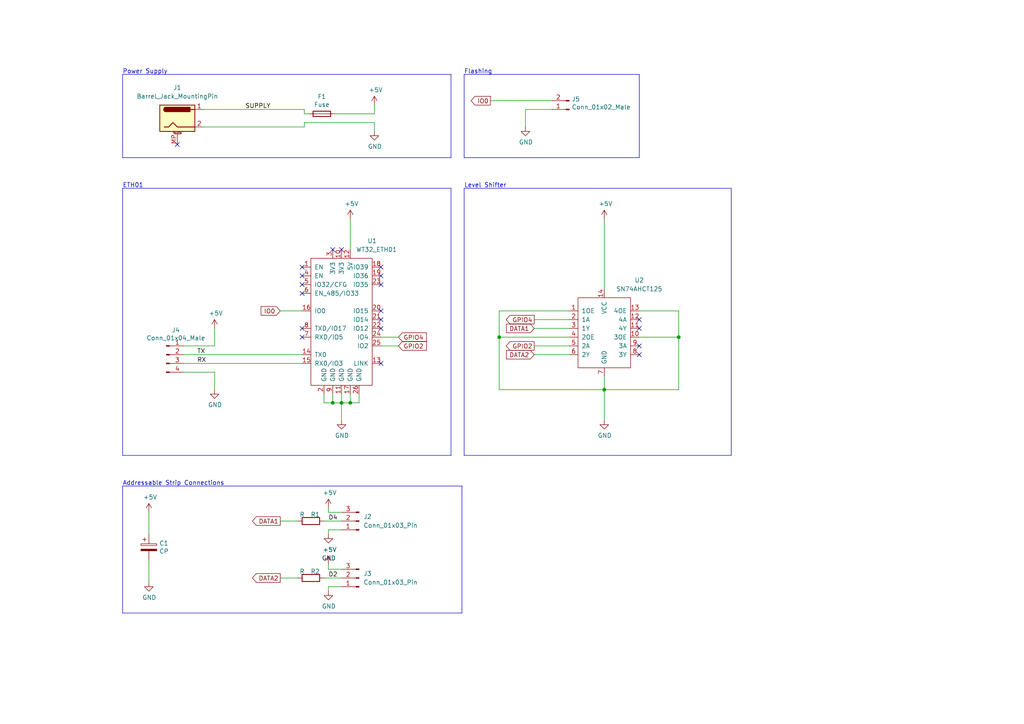
<source format=kicad_sch>
(kicad_sch (version 20231120) (generator "eeschema") (generator_version "8.0")
  (paper "A4")
  (title_block (title "WS2812-Controller Ethernet") (date "2024-05-24") (rev "1.1") (company "haus-automatisierung.com") (comment 1 "Matthias Kleine"))
  (lib_symbols
    (symbol "Connector:Barrel_Jack_MountingPin" (pin_names hide)
      (property "Reference" "J" (at 0 5.334 0))
      (property "Value" "Barrel_Jack_MountingPin" (at 1.27 -6.35 0))
      (symbol "Barrel_Jack_MountingPin_0_1"
        (rectangle (start -5.08 3.81) (end 5.08 -3.81) (stroke (width 0.254)) (fill (type background)))
        (arc (start -3.302 3.175) (mid -3.9343 2.54) (end -3.302 1.905) (stroke (width 0.254)))
        (arc (start -3.302 3.175) (mid -3.9343 2.54) (end -3.302 1.905) (stroke (width 0.254)) (fill (type outline)))
        (polyline (pts (xy 5.08 2.54) (xy 3.81 2.54)) (stroke (width 0.254)))
        (polyline (pts (xy -3.81 -2.54) (xy -2.54 -2.54) (xy -1.27 -1.27) (xy 0 -2.54) (xy 2.54 -2.54) (xy 5.08 -2.54)) (stroke (width 0.254)))
        (rectangle (start 3.683 3.175) (end -3.302 1.905) (stroke (width 0.254)) (fill (type outline)))
      )
      (symbol "Barrel_Jack_MountingPin_1_1"
        (polyline (pts (xy -1.016 -4.572) (xy 1.016 -4.572)) (stroke (width 0.1524)))
        (text "Mounting" (at 0 -4.191 0) (effects (font (size 0.381 0.381))))
        (pin passive line (at 7.62 2.54 180) (length 2.54) (name "~") (number "1"))
        (pin passive line (at 7.62 -2.54 180) (length 2.54) (name "~") (number "2"))
        (pin passive line (at 0 -7.62 90) (length 3.048) (name "MountPin") (number "MP"))
      )
    )
    (symbol "Connector:Conn_01x02_Male" (pin_names (offset 1.016) hide)
      (property "Reference" "J" (at 0 2.54 0))
      (property "Value" "Conn_01x02_Male" (at 0 -5.08 0))
      (symbol "Conn_01x02_Male_1_1"
        (polyline (pts (xy 1.27 -2.54) (xy 0.8636 -2.54)) (stroke (width 0.1524)))
        (polyline (pts (xy 1.27 0) (xy 0.8636 0)) (stroke (width 0.1524)))
        (rectangle (start 0.8636 -2.413) (end 0 -2.667) (stroke (width 0.1524)) (fill (type outline)))
        (rectangle (start 0.8636 0.127) (end 0 -0.127) (stroke (width 0.1524)) (fill (type outline)))
        (pin passive line (at 5.08 0 180) (length 3.81) (name "Pin_1") (number "1"))
        (pin passive line (at 5.08 -2.54 180) (length 3.81) (name "Pin_2") (number "2"))
      )
    )
    (symbol "Connector:Conn_01x03_Pin" (pin_names (offset 1.016) hide)
      (property "Reference" "J" (at 0 5.08 0))
      (property "Value" "Conn_01x03_Pin" (at 0 -5.08 0))
      (symbol "Conn_01x03_Pin_1_1"
        (polyline (pts (xy 1.27 -2.54) (xy 0.8636 -2.54)) (stroke (width 0.1524)))
        (polyline (pts (xy 1.27 0) (xy 0.8636 0)) (stroke (width 0.1524)))
        (polyline (pts (xy 1.27 2.54) (xy 0.8636 2.54)) (stroke (width 0.1524)))
        (rectangle (start 0.8636 -2.413) (end 0 -2.667) (stroke (width 0.1524)) (fill (type outline)))
        (rectangle (start 0.8636 0.127) (end 0 -0.127) (stroke (width 0.1524)) (fill (type outline)))
        (rectangle (start 0.8636 2.667) (end 0 2.413) (stroke (width 0.1524)) (fill (type outline)))
        (pin passive line (at 5.08 2.54 180) (length 3.81) (name "Pin_1") (number "1"))
        (pin passive line (at 5.08 0 180) (length 3.81) (name "Pin_2") (number "2"))
        (pin passive line (at 5.08 -2.54 180) (length 3.81) (name "Pin_3") (number "3"))
      )
    )
    (symbol "Connector:Conn_01x04_Male" (pin_names (offset 1.016) hide)
      (property "Reference" "J" (at 0 5.08 0))
      (property "Value" "Conn_01x04_Male" (at 0 -7.62 0))
      (symbol "Conn_01x04_Male_1_1"
        (polyline (pts (xy 1.27 -5.08) (xy 0.8636 -5.08)) (stroke (width 0.1524)))
        (polyline (pts (xy 1.27 -2.54) (xy 0.8636 -2.54)) (stroke (width 0.1524)))
        (polyline (pts (xy 1.27 0) (xy 0.8636 0)) (stroke (width 0.1524)))
        (polyline (pts (xy 1.27 2.54) (xy 0.8636 2.54)) (stroke (width 0.1524)))
        (rectangle (start 0.8636 -4.953) (end 0 -5.207) (stroke (width 0.1524)) (fill (type outline)))
        (rectangle (start 0.8636 -2.413) (end 0 -2.667) (stroke (width 0.1524)) (fill (type outline)))
        (rectangle (start 0.8636 0.127) (end 0 -0.127) (stroke (width 0.1524)) (fill (type outline)))
        (rectangle (start 0.8636 2.667) (end 0 2.413) (stroke (width 0.1524)) (fill (type outline)))
        (pin passive line (at 5.08 2.54 180) (length 3.81) (name "Pin_1") (number "1"))
        (pin passive line (at 5.08 0 180) (length 3.81) (name "Pin_2") (number "2"))
        (pin passive line (at 5.08 -2.54 180) (length 3.81) (name "Pin_3") (number "3"))
        (pin passive line (at 5.08 -5.08 180) (length 3.81) (name "Pin_4") (number "4"))
      )
    )
    (symbol "Device:CP" (pin_numbers hide) (pin_names (offset 0.254))
      (property "Reference" "C" (at 0.635 2.54 0))
      (property "Value" "Device_CP" (at 0.635 -2.54 0))
      (symbol "CP_0_1"
        (rectangle (start -2.286 0.508) (end 2.286 1.016))
        (polyline (pts (xy -1.778 2.286) (xy -0.762 2.286)))
        (polyline (pts (xy -1.27 2.794) (xy -1.27 1.778)))
        (rectangle (start 2.286 -0.508) (end -2.286 -1.016) (fill (type outline)))
      )
      (symbol "CP_1_1"
        (pin passive line (at 0 3.81 270) (length 2.794) (name "~") (number "1"))
        (pin passive line (at 0 -3.81 90) (length 2.794) (name "~") (number "2"))
      )
    )
    (symbol "Device:Fuse" (pin_numbers hide) (pin_names (offset 0))
      (property "Reference" "F" (at 2.032 0 90))
      (property "Value" "Fuse" (at -1.905 0 90))
      (symbol "Fuse_0_1"
        (rectangle (start -0.762 -2.54) (end 0.762 2.54) (stroke (width 0.254)))
        (polyline (pts (xy 0 2.54) (xy 0 -2.54)))
      )
      (symbol "Fuse_1_1"
        (pin passive line (at 0 3.81 270) (length 1.27) (name "~") (number "1"))
        (pin passive line (at 0 -3.81 90) (length 1.27) (name "~") (number "2"))
      )
    )
    (symbol "Device:R" (pin_numbers hide) (pin_names (offset 0))
      (property "Reference" "R" (at 2.032 0 90))
      (property "Value" "R" (at 0 0 90))
      (symbol "R_0_1"
        (rectangle (start -1.016 -2.54) (end 1.016 2.54) (stroke (width 0.254)))
      )
      (symbol "R_1_1"
        (pin passive line (at 0 3.81 270) (length 1.27) (name "~") (number "1"))
        (pin passive line (at 0 -3.81 90) (length 1.27) (name "~") (number "2"))
      )
    )
    (symbol "haus-automatisierung:SN74AHCT125" (pin_names (offset 1.016))
      (property "Reference" "U" (at 2.54 -3.81 0))
      (property "Value" "SN74AHCT125" (at 2.54 -6.35 0))
      (symbol "SN74AHCT125_0_1"
        (rectangle (start -7.62 -7.62) (end 7.62 -27.94))
      )
      (symbol "SN74AHCT125_1_1"
        (pin input line (at -10.16 -11.43 0) (length 2.54) (name "1OE") (number "1"))
        (pin input line (at 10.16 -19.05 180) (length 2.54) (name "3OE") (number "10"))
        (pin output line (at 10.16 -16.51 180) (length 2.54) (name "4Y") (number "11"))
        (pin input line (at 10.16 -13.97 180) (length 2.54) (name "4A") (number "12"))
        (pin input line (at 10.16 -11.43 180) (length 2.54) (name "4OE") (number "13"))
        (pin input line (at 0 -5.08 270) (length 2.54) (name "VCC") (number "14"))
        (pin input line (at -10.16 -13.97 0) (length 2.54) (name "1A") (number "2"))
        (pin output line (at -10.16 -16.51 0) (length 2.54) (name "1Y") (number "3"))
        (pin input line (at -10.16 -19.05 0) (length 2.54) (name "2OE") (number "4"))
        (pin input line (at -10.16 -21.59 0) (length 2.54) (name "2A") (number "5"))
        (pin output line (at -10.16 -24.13 0) (length 2.54) (name "2Y") (number "6"))
        (pin input line (at 0 -30.48 90) (length 2.54) (name "GND") (number "7"))
        (pin output line (at 10.16 -24.13 180) (length 2.54) (name "3Y") (number "8"))
        (pin input line (at 10.16 -21.59 180) (length 2.54) (name "3A") (number "9"))
      )
    )
    (symbol "haus-automatisierung:WT32_ETH01" (pin_names (offset 1.016))
      (property "Reference" "U" (at 5.08 -1.27 0))
      (property "Value" "WT32_ETH01" (at 5.08 -3.81 0))
      (symbol "WT32_ETH01_0_1"
        (rectangle (start -8.89 -6.35) (end 8.89 -43.18))
      )
      (symbol "WT32_ETH01_1_1"
        (pin input line (at -11.43 -8.89 0) (length 2.54) (name "EN") (number "1"))
        (pin power_in line (at 0 -3.81 270) (length 2.54) (name "3V3") (number "10"))
        (pin power_in line (at 0 -45.72 90) (length 2.54) (name "GND") (number "11"))
        (pin power_in line (at 2.54 -3.81 270) (length 2.54) (name "5V") (number "12"))
        (pin output line (at 11.43 -36.83 180) (length 2.54) (name "LINK") (number "13"))
        (pin input line (at -11.43 -34.29 0) (length 2.54) (name "TX0") (number "14"))
        (pin input line (at -11.43 -36.83 0) (length 2.54) (name "RX0/IO3") (number "15"))
        (pin input line (at -11.43 -21.59 0) (length 2.54) (name "IO0") (number "16"))
        (pin input line (at 2.54 -45.72 90) (length 2.54) (name "GND") (number "17"))
        (pin input line (at 11.43 -8.89 180) (length 2.54) (name "IO39") (number "18"))
        (pin input line (at 11.43 -11.43 180) (length 2.54) (name "IO36") (number "19"))
        (pin power_in line (at -5.08 -45.72 90) (length 2.54) (name "GND") (number "2"))
        (pin bidirectional line (at 11.43 -21.59 180) (length 2.54) (name "IO15") (number "20"))
        (pin bidirectional line (at 11.43 -24.13 180) (length 2.54) (name "IO14") (number "21"))
        (pin bidirectional line (at 11.43 -26.67 180) (length 2.54) (name "IO12") (number "22"))
        (pin input line (at 11.43 -13.97 180) (length 2.54) (name "IO35") (number "23"))
        (pin bidirectional line (at 11.43 -29.21 180) (length 2.54) (name "IO4") (number "24"))
        (pin bidirectional line (at 11.43 -31.75 180) (length 2.54) (name "IO2") (number "25"))
        (pin input line (at 5.08 -45.72 90) (length 2.54) (name "GND") (number "26"))
        (pin power_in line (at -2.54 -3.81 270) (length 2.54) (name "3V3") (number "3"))
        (pin input line (at -11.43 -11.43 0) (length 2.54) (name "EN") (number "4"))
        (pin input line (at -11.43 -13.97 0) (length 2.54) (name "IO32/CFG") (number "5"))
        (pin input line (at -11.43 -16.51 0) (length 2.54) (name "EN_485/IO33") (number "6"))
        (pin input line (at -11.43 -29.21 0) (length 2.54) (name "RXD/IO5") (number "7"))
        (pin input line (at -11.43 -26.67 0) (length 2.54) (name "TXD/IO17") (number "8"))
        (pin power_in line (at -2.54 -45.72 90) (length 2.54) (name "GND") (number "9"))
      )
    )
    (symbol "power:+5V" (power) (pin_names (offset 0))
      (property "Value" "+5V" (at 0 3.556 0))
      (symbol "+5V_0_1"
        (polyline (pts (xy -0.762 1.27) (xy 0 2.54)))
        (polyline (pts (xy 0 0) (xy 0 2.54)))
        (polyline (pts (xy 0 2.54) (xy 0.762 1.27)))
      )
      (symbol "+5V_1_1"
        (pin power_in line (at 0 0 90) (length 0) hide (name "+5V") (number "1"))
      )
    )
    (symbol "power:GND" (power) (pin_names (offset 0))
      (property "Value" "GND" (at 0 -3.81 0))
      (symbol "GND_0_1"
        (polyline (pts (xy 0 0) (xy 0 -1.27) (xy 1.27 -1.27) (xy 0 -2.54) (xy -1.27 -1.27) (xy 0 -1.27)))
      )
      (symbol "GND_1_1"
        (pin power_in line (at 0 0 270) (length 0) hide (name "GND") (number "1"))
      )
    )
  )
  (junction (at 144.78 97.79))
  (junction (at 175.26 113.03))
  (junction (at 101.6 116.84))
  (junction (at 196.85 97.79))
  (junction (at 99.06 116.84))
  (junction (at 96.52 116.84))
  (no_connect (at 87.63 97.79))
  (no_connect (at 110.49 95.25))
  (no_connect (at 87.63 82.55))
  (no_connect (at 110.49 105.41))
  (no_connect (at 87.63 77.47))
  (no_connect (at 110.49 92.71))
  (no_connect (at 110.49 77.47))
  (no_connect (at 51.435 41.91))
  (no_connect (at 110.49 82.55))
  (no_connect (at 87.63 80.01))
  (no_connect (at 185.42 100.33))
  (no_connect (at 110.49 90.17))
  (no_connect (at 185.42 92.71))
  (no_connect (at 185.42 95.25))
  (no_connect (at 110.49 80.01))
  (no_connect (at 87.63 85.09))
  (no_connect (at 96.52 72.39))
  (no_connect (at 87.63 95.25))
  (no_connect (at 185.42 102.87))
  (no_connect (at 99.06 72.39))
  (wire (pts (xy 53.34 107.95) (xy 62.23 107.95)))
  (wire (pts (xy 101.6 116.84) (xy 99.06 116.84)))
  (wire (pts (xy 59.055 36.83) (xy 88.265 36.83)))
  (polyline (pts (xy 133.985 177.8) (xy 35.56 177.8)))
  (wire (pts (xy 101.6 63.5) (xy 101.6 72.39)))
  (polyline (pts (xy 134.62 54.61) (xy 212.09 54.61)))
  (wire (pts (xy 144.78 90.17) (xy 144.78 97.79)))
  (polyline (pts (xy 133.985 140.97) (xy 133.985 177.8)))
  (wire (pts (xy 95.25 154.94) (xy 95.25 153.67)))
  (wire (pts (xy 95.25 170.18) (xy 99.06 170.18)))
  (wire (pts (xy 93.98 116.84) (xy 96.52 116.84)))
  (wire (pts (xy 95.25 165.1) (xy 99.06 165.1)))
  (wire (pts (xy 154.94 95.25) (xy 165.1 95.25)))
  (wire (pts (xy 88.265 33.02) (xy 89.535 33.02)))
  (wire (pts (xy 96.52 116.84) (xy 99.06 116.84)))
  (wire (pts (xy 108.585 33.02) (xy 108.585 30.48)))
  (wire (pts (xy 152.4 31.75) (xy 152.4 36.83)))
  (wire (pts (xy 95.25 147.32) (xy 95.25 148.59)))
  (wire (pts (xy 175.26 113.03) (xy 175.26 109.22)))
  (wire (pts (xy 95.25 148.59) (xy 99.06 148.59)))
  (wire (pts (xy 101.6 114.3) (xy 101.6 116.84)))
  (wire (pts (xy 165.1 97.79) (xy 144.78 97.79)))
  (wire (pts (xy 196.85 113.03) (xy 175.26 113.03)))
  (wire (pts (xy 88.265 35.56) (xy 108.585 35.56)))
  (wire (pts (xy 88.265 31.75) (xy 88.265 33.02)))
  (wire (pts (xy 81.28 151.13) (xy 86.36 151.13)))
  (wire (pts (xy 99.06 116.84) (xy 99.06 121.92)))
  (wire (pts (xy 196.85 90.17) (xy 196.85 97.79)))
  (wire (pts (xy 96.52 114.3) (xy 96.52 116.84)))
  (wire (pts (xy 154.94 100.33) (xy 165.1 100.33)))
  (polyline (pts (xy 134.62 21.59) (xy 134.62 45.72)))
  (wire (pts (xy 62.23 100.33) (xy 53.34 100.33)))
  (polyline (pts (xy 130.81 132.08) (xy 35.56 132.08)))
  (wire (pts (xy 175.26 121.92) (xy 175.26 113.03)))
  (polyline (pts (xy 35.56 21.59) (xy 130.81 21.59)))
  (wire (pts (xy 95.25 153.67) (xy 99.06 153.67)))
  (wire (pts (xy 175.26 63.5) (xy 175.26 83.82)))
  (polyline (pts (xy 35.56 45.72) (xy 35.56 21.59)))
  (wire (pts (xy 196.85 97.79) (xy 196.85 113.03)))
  (polyline (pts (xy 134.62 132.08) (xy 134.62 54.61)))
  (wire (pts (xy 81.28 90.17) (xy 87.63 90.17)))
  (wire (pts (xy 165.1 90.17) (xy 144.78 90.17)))
  (wire (pts (xy 93.98 114.3) (xy 93.98 116.84)))
  (wire (pts (xy 59.055 31.75) (xy 88.265 31.75)))
  (wire (pts (xy 160.02 31.75) (xy 152.4 31.75)))
  (polyline (pts (xy 35.56 140.97) (xy 133.985 140.97)))
  (wire (pts (xy 93.98 167.64) (xy 99.06 167.64)))
  (wire (pts (xy 104.14 114.3) (xy 104.14 116.84)))
  (wire (pts (xy 154.94 102.87) (xy 165.1 102.87)))
  (wire (pts (xy 62.23 95.25) (xy 62.23 100.33)))
  (polyline (pts (xy 185.42 45.72) (xy 185.42 21.59)))
  (wire (pts (xy 144.78 113.03) (xy 175.26 113.03)))
  (wire (pts (xy 81.28 167.64) (xy 86.36 167.64)))
  (wire (pts (xy 110.49 97.79) (xy 115.57 97.79)))
  (polyline (pts (xy 35.56 54.61) (xy 130.81 54.61)))
  (wire (pts (xy 99.06 114.3) (xy 99.06 116.84)))
  (polyline (pts (xy 35.56 132.08) (xy 35.56 54.61)))
  (wire (pts (xy 93.98 151.13) (xy 99.06 151.13)))
  (wire (pts (xy 97.155 33.02) (xy 108.585 33.02)))
  (wire (pts (xy 62.23 107.95) (xy 62.23 113.03)))
  (wire (pts (xy 43.18 162.56) (xy 43.18 168.91)))
  (polyline (pts (xy 134.62 45.72) (xy 185.42 45.72)))
  (wire (pts (xy 144.78 97.79) (xy 144.78 113.03)))
  (wire (pts (xy 53.34 102.87) (xy 87.63 102.87)))
  (wire (pts (xy 43.18 154.94) (xy 43.18 148.59)))
  (polyline (pts (xy 185.42 21.59) (xy 134.62 21.59)))
  (polyline (pts (xy 212.09 54.61) (xy 212.09 132.08)))
  (wire (pts (xy 185.42 97.79) (xy 196.85 97.79)))
  (wire (pts (xy 104.14 116.84) (xy 101.6 116.84)))
  (polyline (pts (xy 130.81 45.72) (xy 35.56 45.72)))
  (wire (pts (xy 160.02 29.21) (xy 142.24 29.21)))
  (wire (pts (xy 95.25 163.83) (xy 95.25 165.1)))
  (polyline (pts (xy 212.09 132.08) (xy 134.62 132.08)))
  (polyline (pts (xy 130.81 21.59) (xy 130.81 45.72)))
  (wire (pts (xy 185.42 90.17) (xy 196.85 90.17)))
  (wire (pts (xy 95.25 170.18) (xy 95.25 171.45)))
  (wire (pts (xy 88.265 36.83) (xy 88.265 35.56)))
  (wire (pts (xy 108.585 35.56) (xy 108.585 38.1)))
  (wire (pts (xy 154.94 92.71) (xy 165.1 92.71)))
  (wire (pts (xy 53.34 105.41) (xy 87.63 105.41)))
  (polyline (pts (xy 130.81 54.61) (xy 130.81 132.08)))
  (wire (pts (xy 110.49 100.33) (xy 115.57 100.33)))
  (polyline (pts (xy 35.56 177.8) (xy 35.56 140.97)))
  (text "Addressable Strip Connections" (at 35.56 140.97 0) (effects (font (size 1.27 1.27)) (justify left bottom)))
  (text "Power Supply" (at 35.56 21.59 0) (effects (font (size 1.27 1.27)) (justify left bottom)))
  (text "ETH01" (at 35.56 54.61 0) (effects (font (size 1.27 1.27)) (justify left bottom)))
  (text "Flashing" (at 134.62 21.59 0) (effects (font (size 1.27 1.27)) (justify left bottom)))
  (text "Level Shifter" (at 134.62 54.61 0) (effects (font (size 1.27 1.27)) (justify left bottom)))
  (label "RX" (at 57.15 105.41 0))
  (label "D4" (at 95.25 151.13 0))
  (label "TX" (at 57.15 102.87 0))
  (label "SUPPLY" (at 71.12 31.75 0))
  (label "D2" (at 95.25 167.64 0))
  (global_label "GPIO4" (shape input) (at 115.57 97.79 0) (property "Intersheetrefs" "${INTERSHEET_REFS}" (effects (hide yes))))
  (global_label "GPIO2" (shape input) (at 115.57 100.33 0) (property "Intersheetrefs" "${INTERSHEET_REFS}" (effects (hide yes))))
  (global_label "DATA1" (shape input) (at 154.94 95.25 180) (property "Intersheetrefs" "${INTERSHEET_REFS}" (effects (hide yes))))
  (global_label "GPIO2" (shape output) (at 154.94 100.33 180) (property "Intersheetrefs" "${INTERSHEET_REFS}" (effects (hide yes))))
  (global_label "IO0" (shape output) (at 142.24 29.21 180) (property "Intersheetrefs" "${INTERSHEET_REFS}" (effects (hide yes))))
  (global_label "DATA1" (shape output) (at 81.28 151.13 180) (property "Intersheetrefs" "${INTERSHEET_REFS}" (effects (hide yes))))
  (global_label "IO0" (shape input) (at 81.28 90.17 180) (property "Intersheetrefs" "${INTERSHEET_REFS}" (effects (hide yes))))
  (global_label "DATA2" (shape output) (at 81.28 167.64 180) (property "Intersheetrefs" "${INTERSHEET_REFS}" (effects (hide yes))))
  (global_label "GPIO4" (shape output) (at 154.94 92.71 180) (property "Intersheetrefs" "${INTERSHEET_REFS}" (effects (hide yes))))
  (global_label "DATA2" (shape input) (at 154.94 102.87 180) (property "Intersheetrefs" "${INTERSHEET_REFS}" (effects (hide yes))))
  (symbol (lib_id "power:GND") (at 108.585 38.1 0) (unit 1)
    (property "Reference" "#PWR04" (effects (hide yes)))
    (property "Value" "GND" (at 108.712 42.4942 0))
  )
  (symbol (lib_id "power:+5V") (at 108.585 30.48 0) (unit 1)
    (property "Reference" "#PWR03" (effects (hide yes)))
    (property "Value" "+5V" (at 108.966 26.0858 0))
  )
  (symbol (lib_id "haus-automatisierung:WT32_ETH01") (at 99.06 68.58 0) (unit 1)
    (property "Reference" "U1" (at 107.95 69.85 0))
    (property "Value" "WT32_ETH01" (at 109.22 72.39 0))
    (property "Footprint" "haus-automatisierung:WT32_ETH01" (effects (hide yes)))
    (property "Datasheet" "http://www.wireless-tag.com/wp-content/uploads/2020/08/WT32-ETH01%E8%A7%84%E6%A0%BC%E4%B9%A6V1.2EN%EF%BC%88%E8%8B%B1%E6%96%87%EF%BC%89.pdf" (effects (hide yes)))
  )
  (symbol (lib_id "Device:R") (at 90.17 151.13 270) (unit 1)
    (property "Reference" "R1" (at 91.44 149.225 90))
    (property "Value" "R" (at 87.63 149.225 90))
    (property "Footprint" "Resistor_SMD:R_0805_2012Metric_Pad1.20x1.40mm_HandSolder" (effects (hide yes)))
  )
  (symbol (lib_id "power:+5V") (at 95.25 147.32 0) (unit 1)
    (property "Reference" "#PWR05" (effects (hide yes)))
    (property "Value" "+5V" (at 95.631 142.9258 0))
  )
  (symbol (lib_id "power:+5V") (at 43.18 148.59 0) (unit 1)
    (property "Reference" "#PWR01" (effects (hide yes)))
    (property "Value" "+5V" (at 43.561 144.1958 0))
  )
  (symbol (lib_id "power:GND") (at 43.18 168.91 0) (unit 1)
    (property "Reference" "#PWR02" (effects (hide yes)))
    (property "Value" "GND" (at 43.307 173.3042 0))
  )
  (symbol (lib_id "Device:CP") (at 43.18 158.75 0) (unit 1)
    (property "Reference" "C1" (at 46.1772 157.5816 0) (effects (justify left)))
    (property "Value" "CP" (at 46.1772 159.893 0) (effects (justify left)))
    (property "Footprint" "Capacitor_THT:CP_Radial_D8.0mm_P3.80mm" (effects (hide yes)))
  )
  (symbol (lib_id "Device:Fuse") (at 93.345 33.02 270) (unit 1)
    (property "Reference" "F1" (at 93.345 28.0162 90))
    (property "Value" "Fuse" (at 93.345 30.3276 90))
    (property "Footprint" "haus-automatisierung:Fuse-PTF75_Stelvio" (effects (hide yes)))
  )
  (symbol (lib_id "power:+5V") (at 101.6 63.5 0) (unit 1)
    (property "Reference" "#PWR08" (effects (hide yes)))
    (property "Value" "+5V" (at 101.981 59.1058 0))
  )
  (symbol (lib_id "power:GND") (at 99.06 121.92 0) (unit 1)
    (property "Reference" "#PWR07" (effects (hide yes)))
    (property "Value" "GND" (at 99.187 126.3142 0))
  )
  (symbol (lib_id "Connector:Conn_01x04_Male") (at 48.26 102.87 0) (unit 1)
    (property "Reference" "J4" (at 51.0032 95.7326 0))
    (property "Value" "Conn_01x04_Male" (at 51.0032 98.044 0))
    (property "Footprint" "Connector_PinHeader_2.54mm:PinHeader_1x04_P2.54mm_Vertical" (effects (hide yes)))
  )
  (symbol (lib_id "power:+5V") (at 62.23 95.25 0) (unit 1)
    (property "Reference" "#PWR09" (effects (hide yes)))
    (property "Value" "+5V" (at 62.611 90.8558 0))
  )
  (symbol (lib_id "power:GND") (at 62.23 113.03 0) (unit 1)
    (property "Reference" "#PWR010" (effects (hide yes)))
    (property "Value" "GND" (at 62.357 117.4242 0))
  )
  (symbol (lib_id "power:GND") (at 152.4 36.83 0) (unit 1)
    (property "Reference" "#PWR011" (effects (hide yes)))
    (property "Value" "GND" (at 152.527 41.2242 0))
  )
  (symbol (lib_id "Connector:Conn_01x02_Male") (at 165.1 31.75 180) (unit 1)
    (property "Reference" "J5" (at 165.8112 28.7528 0) (effects (justify right)))
    (property "Value" "Conn_01x02_Male" (at 165.8112 31.0642 0) (effects (justify right)))
    (property "Footprint" "Connector_PinHeader_2.54mm:PinHeader_1x02_P2.54mm_Vertical" (effects (hide yes)))
  )
  (symbol (lib_id "haus-automatisierung:SN74AHCT125") (at 175.26 78.74 0) (unit 1)
    (property "Reference" "U2" (at 185.42 81.28 0))
    (property "Value" "SN74AHCT125" (at 185.42 83.82 0))
    (property "Footprint" "haus-automatisierung:SN74AHCT125D" (effects (hide yes)))
  )
  (symbol (lib_id "power:GND") (at 175.26 121.92 0) (unit 1)
    (property "Reference" "#PWR013" (effects (hide yes)))
    (property "Value" "GND" (at 175.387 126.3142 0))
  )
  (symbol (lib_id "power:+5V") (at 175.26 63.5 0) (unit 1)
    (property "Reference" "#PWR012" (effects (hide yes)))
    (property "Value" "+5V" (at 175.641 59.1058 0))
  )
  (symbol (lib_id "power:+5V") (at 95.25 163.83 0) (unit 1)
    (property "Reference" "#PWR06" (effects (hide yes)))
    (property "Value" "+5V" (at 95.631 159.4358 0))
  )
  (symbol (lib_id "power:GND") (at 95.25 171.45 0) (unit 1)
    (property "Reference" "#PWR014" (effects (hide yes)))
    (property "Value" "GND" (at 95.377 175.8442 0))
  )
  (symbol (lib_id "Connector:Conn_01x03_Pin") (at 104.14 151.13 180) (unit 1)
    (property "Reference" "J2" (at 105.41 149.86 0) (effects (justify right)))
    (property "Value" "Conn_01x03_Pin" (at 105.41 152.4 0) (effects (justify right)))
    (property "Footprint" "TerminalBlock_Phoenix:TerminalBlock_Phoenix_MPT-0,5-3-2.54_1x03_P2.54mm_Horizontal" (effects (hide yes)))
  )
  (symbol (lib_id "Connector:Barrel_Jack_MountingPin") (at 51.435 34.29 0) (unit 1)
    (property "Reference" "J1" (at 51.435 25.4 0))
    (property "Value" "Barrel_Jack_MountingPin" (at 51.435 27.94 0))
    (property "Footprint" "Connector_BarrelJack:BarrelJack_Wuerth_6941xx301002" (effects (hide yes)))
  )
  (symbol (lib_id "Device:R") (at 90.17 167.64 270) (unit 1)
    (property "Reference" "R2" (at 91.44 165.735 90))
    (property "Value" "R" (at 87.63 165.735 90))
    (property "Footprint" "Resistor_SMD:R_0805_2012Metric_Pad1.20x1.40mm_HandSolder" (effects (hide yes)))
  )
  (symbol (lib_id "power:GND") (at 95.25 154.94 0) (unit 1)
    (property "Reference" "#PWR015" (effects (hide yes)))
    (property "Value" "GND" (at 95.377 161.8742 0))
  )
  (symbol (lib_id "Connector:Conn_01x03_Pin") (at 104.14 167.64 180) (unit 1)
    (property "Reference" "J3" (at 105.41 166.37 0) (effects (justify right)))
    (property "Value" "Conn_01x03_Pin" (at 105.41 168.91 0) (effects (justify right)))
    (property "Footprint" "TerminalBlock_Phoenix:TerminalBlock_Phoenix_MPT-0,5-3-2.54_1x03_P2.54mm_Horizontal" (effects (hide yes)))
  )
)
</source>
